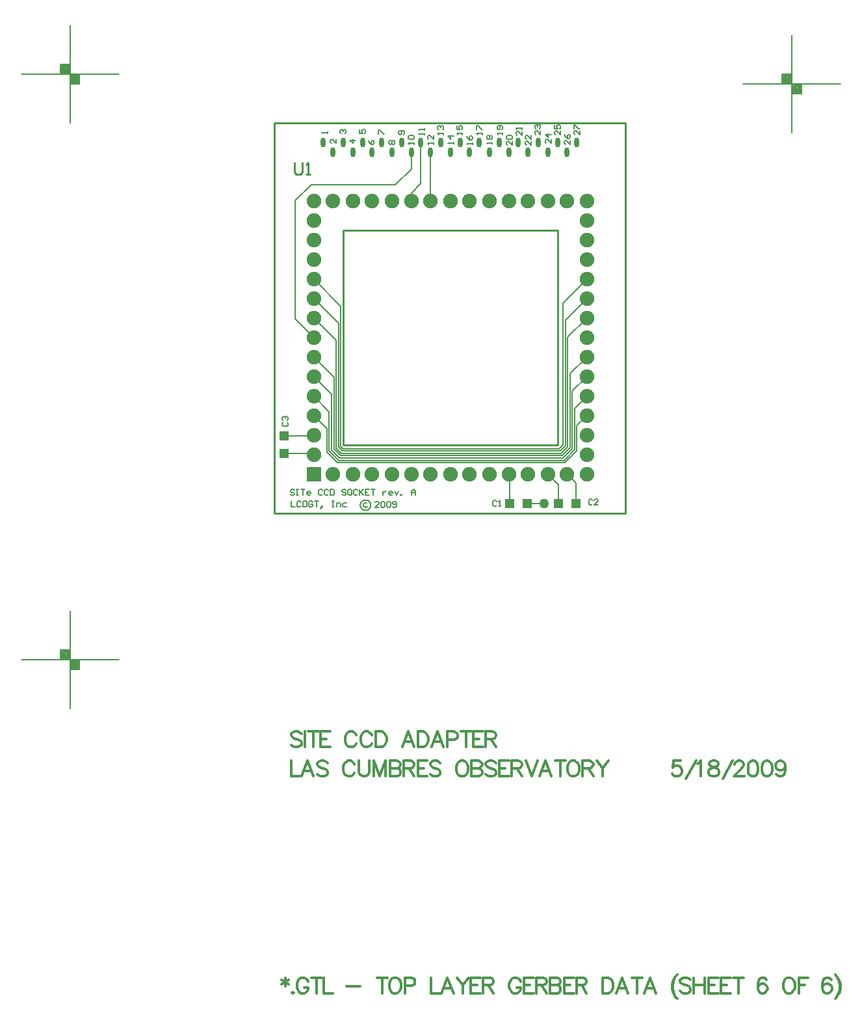
<source format=gtl>
%FSLAX23Y23*%
%MOIN*%
G70*
G01*
G75*
G04 Layer_Physical_Order=1*
G04 Layer_Color=255*
%ADD10C,0.005*%
%ADD11R,0.050X0.050*%
%ADD12R,0.050X0.050*%
%ADD13C,0.006*%
%ADD14C,0.010*%
%ADD15C,0.012*%
%ADD16C,0.008*%
%ADD17C,0.012*%
%ADD18C,0.012*%
%ADD19R,0.075X0.075*%
%ADD20C,0.075*%
%ADD21O,0.024X0.050*%
%ADD22C,0.050*%
D10*
X13724Y11714D02*
X13722Y11723D01*
X13717Y11731D01*
X13709Y11737D01*
X13700Y11740D01*
X13690Y11739D01*
X13681Y11735D01*
X13675Y11727D01*
X13671Y11718D01*
Y11709D01*
X13675Y11700D01*
X13681Y11692D01*
X13690Y11688D01*
X13700Y11687D01*
X13709Y11690D01*
X13717Y11696D01*
X13722Y11704D01*
X13724Y11714D01*
X13704Y11724D02*
X13694Y11725D01*
X13686Y11718D01*
X13687Y11708D01*
X13695Y11702D01*
X13705Y11704D01*
X14371Y11732D02*
X14366Y11737D01*
X14356D01*
X14351Y11732D01*
Y11712D01*
X14356Y11708D01*
X14366D01*
X14371Y11712D01*
X14381Y11708D02*
X14391D01*
X14386D01*
Y11737D01*
X14381Y11732D01*
X14795Y13632D02*
Y13613D01*
X14776Y13632D01*
X14771D01*
X14766Y13627D01*
Y13617D01*
X14771Y13613D01*
X14766Y13642D02*
Y13662D01*
X14771D01*
X14791Y13642D01*
X14795D01*
X13275Y12137D02*
X13270Y12132D01*
Y12122D01*
X13275Y12118D01*
X13295D01*
X13300Y12122D01*
Y12132D01*
X13295Y12137D01*
X13275Y12147D02*
X13270Y12152D01*
Y12162D01*
X13275Y12167D01*
X13280D01*
X13285Y12162D01*
Y12157D01*
Y12162D01*
X13290Y12167D01*
X13295D01*
X13300Y12162D01*
Y12152D01*
X13295Y12147D01*
X14861Y11739D02*
X14856Y11744D01*
X14846D01*
X14842Y11739D01*
Y11719D01*
X14846Y11715D01*
X14856D01*
X14861Y11719D01*
X14891Y11715D02*
X14871D01*
X14891Y11734D01*
Y11739D01*
X14886Y11744D01*
X14876D01*
X14871Y11739D01*
X13502Y13618D02*
Y13627D01*
Y13622D01*
X13472D01*
X13477Y13618D01*
X13547Y13587D02*
Y13568D01*
X13527Y13587D01*
X13522D01*
X13517Y13582D01*
Y13572D01*
X13522Y13568D01*
X13572Y13618D02*
X13567Y13622D01*
Y13632D01*
X13572Y13637D01*
X13577D01*
X13582Y13632D01*
Y13627D01*
Y13632D01*
X13587Y13637D01*
X13592D01*
X13597Y13632D01*
Y13622D01*
X13592Y13618D01*
X13646Y13583D02*
X13617D01*
X13632Y13568D01*
Y13588D01*
X13667Y13637D02*
Y13618D01*
X13682D01*
X13677Y13627D01*
Y13632D01*
X13682Y13637D01*
X13692D01*
X13696Y13632D01*
Y13622D01*
X13692Y13618D01*
X13712Y13582D02*
X13717Y13572D01*
X13727Y13562D01*
X13737D01*
X13741Y13567D01*
Y13577D01*
X13737Y13582D01*
X13732D01*
X13727Y13577D01*
Y13562D01*
X13764Y13616D02*
Y13636D01*
X13769D01*
X13789Y13616D01*
X13793D01*
X13822Y13562D02*
X13817Y13567D01*
Y13577D01*
X13822Y13582D01*
X13827D01*
X13832Y13577D01*
X13837Y13582D01*
X13842D01*
X13847Y13577D01*
Y13567D01*
X13842Y13562D01*
X13837D01*
X13832Y13567D01*
X13827Y13562D01*
X13822D01*
X13832Y13567D02*
Y13577D01*
X13892Y13613D02*
X13896Y13617D01*
Y13627D01*
X13892Y13632D01*
X13872D01*
X13867Y13627D01*
Y13617D01*
X13872Y13613D01*
X13877D01*
X13882Y13617D01*
Y13632D01*
X13946Y13562D02*
Y13572D01*
Y13567D01*
X13917D01*
X13922Y13562D01*
Y13587D02*
X13917Y13592D01*
Y13602D01*
X13922Y13607D01*
X13942D01*
X13946Y13602D01*
Y13592D01*
X13942Y13587D01*
X13922D01*
X13998Y13611D02*
Y13620D01*
Y13615D01*
X13968D01*
X13973Y13611D01*
X13998Y13635D02*
Y13645D01*
Y13640D01*
X13968D01*
X13973Y13635D01*
X14045Y13562D02*
Y13572D01*
Y13567D01*
X14016D01*
X14021Y13562D01*
X14045Y13607D02*
Y13587D01*
X14026Y13607D01*
X14021D01*
X14016Y13602D01*
Y13592D01*
X14021Y13587D01*
X14097Y13613D02*
Y13622D01*
Y13617D01*
X14067D01*
X14072Y13613D01*
Y13637D02*
X14067Y13642D01*
Y13652D01*
X14072Y13657D01*
X14077D01*
X14082Y13652D01*
Y13647D01*
Y13652D01*
X14087Y13657D01*
X14092D01*
X14097Y13652D01*
Y13642D01*
X14092Y13637D01*
X14148Y13566D02*
Y13575D01*
Y13570D01*
X14118D01*
X14123Y13566D01*
X14148Y13605D02*
X14118D01*
X14133Y13590D01*
Y13610D01*
X14194Y13613D02*
Y13623D01*
Y13618D01*
X14165D01*
X14170Y13613D01*
X14165Y13658D02*
Y13638D01*
X14180D01*
X14175Y13648D01*
Y13653D01*
X14180Y13658D01*
X14190D01*
X14194Y13653D01*
Y13643D01*
X14190Y13638D01*
X14245Y13561D02*
Y13571D01*
Y13566D01*
X14216D01*
X14221Y13561D01*
X14216Y13606D02*
X14221Y13596D01*
X14231Y13586D01*
X14241D01*
X14245Y13591D01*
Y13601D01*
X14241Y13606D01*
X14236D01*
X14231Y13601D01*
Y13586D01*
X14297Y13613D02*
Y13622D01*
Y13617D01*
X14267D01*
X14272Y13613D01*
X14267Y13637D02*
Y13657D01*
X14272D01*
X14292Y13637D01*
X14297D01*
X14347Y13564D02*
Y13573D01*
Y13568D01*
X14318D01*
X14323Y13564D01*
Y13588D02*
X14318Y13593D01*
Y13603D01*
X14323Y13608D01*
X14328D01*
X14333Y13603D01*
X14338Y13608D01*
X14343D01*
X14347Y13603D01*
Y13593D01*
X14343Y13588D01*
X14338D01*
X14333Y13593D01*
X14328Y13588D01*
X14323D01*
X14333Y13593D02*
Y13603D01*
X14401Y13613D02*
Y13622D01*
Y13617D01*
X14372D01*
X14377Y13613D01*
X14397Y13637D02*
X14401Y13642D01*
Y13652D01*
X14397Y13657D01*
X14377D01*
X14372Y13652D01*
Y13642D01*
X14377Y13637D01*
X14382D01*
X14387Y13642D01*
Y13657D01*
X14450Y13578D02*
Y13559D01*
X14430Y13578D01*
X14425D01*
X14420Y13573D01*
Y13563D01*
X14425Y13559D01*
Y13588D02*
X14420Y13593D01*
Y13603D01*
X14425Y13608D01*
X14445D01*
X14450Y13603D01*
Y13593D01*
X14445Y13588D01*
X14425D01*
X14498Y13629D02*
Y13609D01*
X14478Y13629D01*
X14473D01*
X14468Y13624D01*
Y13614D01*
X14473Y13609D01*
X14498Y13639D02*
Y13649D01*
Y13644D01*
X14468D01*
X14473Y13639D01*
X14547Y13579D02*
Y13559D01*
X14527Y13579D01*
X14522D01*
X14517Y13574D01*
Y13564D01*
X14522Y13559D01*
X14547Y13609D02*
Y13589D01*
X14527Y13609D01*
X14522D01*
X14517Y13604D01*
Y13594D01*
X14522Y13589D01*
X14594Y13632D02*
Y13613D01*
X14575Y13632D01*
X14570D01*
X14565Y13627D01*
Y13617D01*
X14570Y13613D01*
Y13642D02*
X14565Y13647D01*
Y13657D01*
X14570Y13662D01*
X14575D01*
X14580Y13657D01*
Y13652D01*
Y13657D01*
X14585Y13662D01*
X14590D01*
X14594Y13657D01*
Y13647D01*
X14590Y13642D01*
X14648Y13587D02*
Y13568D01*
X14628Y13587D01*
X14623D01*
X14618Y13582D01*
Y13572D01*
X14623Y13568D01*
X14648Y13612D02*
X14618D01*
X14633Y13597D01*
Y13617D01*
X14696Y13631D02*
Y13611D01*
X14677Y13631D01*
X14672D01*
X14667Y13626D01*
Y13616D01*
X14672Y13611D01*
X14667Y13661D02*
Y13641D01*
X14682D01*
X14677Y13651D01*
Y13656D01*
X14682Y13661D01*
X14692D01*
X14696Y13656D01*
Y13646D01*
X14692Y13641D01*
X14747Y13582D02*
Y13562D01*
X14727Y13582D01*
X14722D01*
X14717Y13577D01*
Y13567D01*
X14722Y13562D01*
X14717Y13612D02*
X14722Y13602D01*
X14732Y13592D01*
X14742D01*
X14747Y13597D01*
Y13607D01*
X14742Y13612D01*
X14737D01*
X14732Y13607D01*
Y13592D01*
X13766Y11703D02*
X13747D01*
X13766Y11722D01*
Y11727D01*
X13761Y11732D01*
X13751D01*
X13747Y11727D01*
X13776D02*
X13781Y11732D01*
X13791D01*
X13796Y11727D01*
Y11707D01*
X13791Y11703D01*
X13781D01*
X13776Y11707D01*
Y11727D01*
X13806D02*
X13811Y11732D01*
X13821D01*
X13826Y11727D01*
Y11707D01*
X13821Y11703D01*
X13811D01*
X13806Y11707D01*
Y11727D01*
X13836Y11707D02*
X13841Y11703D01*
X13851D01*
X13856Y11707D01*
Y11727D01*
X13851Y11732D01*
X13841D01*
X13836Y11727D01*
Y11722D01*
X13841Y11717D01*
X13856D01*
X13316Y11734D02*
Y11705D01*
X13335D01*
X13365Y11729D02*
X13360Y11734D01*
X13350D01*
X13345Y11729D01*
Y11709D01*
X13350Y11705D01*
X13360D01*
X13365Y11709D01*
X13390Y11734D02*
X13380D01*
X13375Y11729D01*
Y11709D01*
X13380Y11705D01*
X13390D01*
X13395Y11709D01*
Y11729D01*
X13390Y11734D01*
X13425Y11729D02*
X13420Y11734D01*
X13410D01*
X13405Y11729D01*
Y11709D01*
X13410Y11705D01*
X13420D01*
X13425Y11709D01*
Y11719D01*
X13415D01*
X13435Y11734D02*
X13455D01*
X13445D01*
Y11705D01*
X13470Y11700D02*
X13475Y11705D01*
Y11709D01*
X13470D01*
Y11705D01*
X13475D01*
X13470Y11700D01*
X13465Y11695D01*
X13525Y11734D02*
X13535D01*
X13530D01*
Y11705D01*
X13525D01*
X13535D01*
X13550D02*
Y11724D01*
X13565D01*
X13570Y11719D01*
Y11705D01*
X13600Y11724D02*
X13585D01*
X13580Y11719D01*
Y11709D01*
X13585Y11705D01*
X13600D01*
X13332Y11790D02*
X13327Y11795D01*
X13317D01*
X13312Y11790D01*
Y11785D01*
X13317Y11780D01*
X13327D01*
X13332Y11775D01*
Y11770D01*
X13327Y11766D01*
X13317D01*
X13312Y11770D01*
X13342Y11795D02*
X13352D01*
X13347D01*
Y11766D01*
X13342D01*
X13352D01*
X13367Y11795D02*
X13387D01*
X13377D01*
Y11766D01*
X13412D02*
X13402D01*
X13397Y11770D01*
Y11780D01*
X13402Y11785D01*
X13412D01*
X13417Y11780D01*
Y11775D01*
X13397D01*
X13477Y11790D02*
X13472Y11795D01*
X13462D01*
X13457Y11790D01*
Y11770D01*
X13462Y11766D01*
X13472D01*
X13477Y11770D01*
X13507Y11790D02*
X13502Y11795D01*
X13492D01*
X13487Y11790D01*
Y11770D01*
X13492Y11766D01*
X13502D01*
X13507Y11770D01*
X13517Y11795D02*
Y11766D01*
X13532D01*
X13537Y11770D01*
Y11790D01*
X13532Y11795D01*
X13517D01*
X13597Y11790D02*
X13592Y11795D01*
X13582D01*
X13577Y11790D01*
Y11785D01*
X13582Y11780D01*
X13592D01*
X13597Y11775D01*
Y11770D01*
X13592Y11766D01*
X13582D01*
X13577Y11770D01*
X13622Y11795D02*
X13612D01*
X13607Y11790D01*
Y11770D01*
X13612Y11766D01*
X13622D01*
X13627Y11770D01*
Y11790D01*
X13622Y11795D01*
X13657Y11790D02*
X13652Y11795D01*
X13642D01*
X13637Y11790D01*
Y11770D01*
X13642Y11766D01*
X13652D01*
X13657Y11770D01*
X13667Y11795D02*
Y11766D01*
Y11775D01*
X13687Y11795D01*
X13672Y11780D01*
X13687Y11766D01*
X13717Y11795D02*
X13697D01*
Y11766D01*
X13717D01*
X13697Y11780D02*
X13707D01*
X13727Y11795D02*
X13747D01*
X13737D01*
Y11766D01*
X13787Y11785D02*
Y11766D01*
Y11775D01*
X13792Y11780D01*
X13797Y11785D01*
X13802D01*
X13832Y11766D02*
X13822D01*
X13817Y11770D01*
Y11780D01*
X13822Y11785D01*
X13832D01*
X13837Y11780D01*
Y11775D01*
X13817D01*
X13847Y11785D02*
X13857Y11766D01*
X13867Y11785D01*
X13877Y11766D02*
Y11770D01*
X13882D01*
Y11766D01*
X13877D01*
X13932D02*
Y11785D01*
X13942Y11795D01*
X13952Y11785D01*
Y11766D01*
Y11780D01*
X13932D01*
D11*
X14526Y11722D02*
D03*
X14436D02*
D03*
X14776D02*
D03*
X14686D02*
D03*
D12*
X13281Y12068D02*
D03*
Y11977D02*
D03*
D13*
X13432Y12538D02*
Y12573D01*
Y12172D02*
X13499Y12105D01*
Y11985D02*
Y12105D01*
Y11985D02*
X13552Y11932D01*
X14781Y12123D02*
X14832Y12172D01*
X14721Y11932D02*
X14781Y11992D01*
X13552Y11932D02*
X14721D01*
X14781Y11992D02*
Y12123D01*
X13281Y12068D02*
X13427D01*
X13432Y12073D01*
X13281Y11977D02*
X13427D01*
X13432Y11972D01*
Y12472D02*
X13535Y12369D01*
Y12001D02*
Y12369D01*
Y12001D02*
X13568Y11967D01*
X14706D01*
X14745Y12007D01*
Y12387D01*
X14832Y12472D01*
X13432Y12373D02*
X13523Y12281D01*
Y11996D02*
Y12281D01*
Y11996D02*
X13563Y11955D01*
X14711D01*
X14757Y12002D01*
Y12299D01*
X14832Y12373D01*
X13432Y12273D02*
X13511Y12193D01*
Y11991D02*
Y12193D01*
Y11991D02*
X13559Y11943D01*
X14716D01*
X14769Y11997D01*
Y12210D01*
X14832Y12273D01*
X13432Y12873D02*
X13571Y12733D01*
Y12016D02*
Y12733D01*
Y12016D02*
X13583Y12003D01*
X14691D01*
X14710Y12021D01*
Y12750D01*
X14832Y12873D01*
X13432Y12773D02*
X13559Y12645D01*
Y12011D02*
Y12645D01*
Y12011D02*
X13578Y11991D01*
X14696D01*
X14722Y12017D01*
Y12663D01*
X14832Y12773D01*
X13432Y12672D02*
X13547Y12557D01*
Y12006D02*
Y12557D01*
Y12006D02*
X13573Y11979D01*
X14701D01*
X14733Y12012D01*
Y12575D01*
X14832Y12672D01*
X13932Y13273D02*
Y13312D01*
X13981Y13363D01*
Y13573D01*
X13337Y12667D02*
X13432Y12573D01*
X13337Y12667D02*
Y13274D01*
X13420Y13356D01*
X13851D01*
X13932Y13436D01*
Y13523D01*
X14031Y13273D02*
Y13523D01*
X14436Y11722D02*
Y11868D01*
X14432Y11873D02*
X14436Y11868D01*
X14526Y11722D02*
X14613D01*
X13627Y11868D02*
X13632Y11873D01*
X14632D02*
X14686Y11818D01*
Y11722D02*
Y11818D01*
X14731Y11873D02*
X14776Y11828D01*
Y11722D02*
Y11828D01*
D14*
X13334Y13470D02*
Y13420D01*
X13344Y13410D01*
X13364D01*
X13374Y13420D01*
Y13470D01*
X13394Y13410D02*
X13414D01*
X13404D01*
Y13470D01*
X13394Y13460D01*
X13231Y11672D02*
X14832D01*
X15031D01*
Y13672D01*
X13231D02*
X15031D01*
X13231Y11672D02*
Y13672D01*
X13582Y12023D02*
X14682D01*
Y13123D01*
X13582D02*
X14682D01*
X13582Y12023D02*
Y13123D01*
D15*
X13285Y9292D02*
Y9247D01*
X13266Y9281D02*
X13304Y9258D01*
Y9281D02*
X13266Y9258D01*
X13324Y9220D02*
X13320Y9216D01*
X13324Y9212D01*
X13328Y9216D01*
X13324Y9220D01*
X13402Y9273D02*
X13398Y9281D01*
X13391Y9289D01*
X13383Y9292D01*
X13368D01*
X13360Y9289D01*
X13353Y9281D01*
X13349Y9273D01*
X13345Y9262D01*
Y9243D01*
X13349Y9232D01*
X13353Y9224D01*
X13360Y9216D01*
X13368Y9212D01*
X13383D01*
X13391Y9216D01*
X13398Y9224D01*
X13402Y9232D01*
Y9243D01*
X13383D02*
X13402D01*
X13447Y9292D02*
Y9212D01*
X13421Y9292D02*
X13474D01*
X13483D02*
Y9212D01*
X13529D01*
X13601Y9247D02*
X13669D01*
X13782Y9292D02*
Y9212D01*
X13756Y9292D02*
X13809D01*
X13841D02*
X13834Y9289D01*
X13826Y9281D01*
X13822Y9273D01*
X13819Y9262D01*
Y9243D01*
X13822Y9232D01*
X13826Y9224D01*
X13834Y9216D01*
X13841Y9212D01*
X13857D01*
X13864Y9216D01*
X13872Y9224D01*
X13876Y9232D01*
X13879Y9243D01*
Y9262D01*
X13876Y9273D01*
X13872Y9281D01*
X13864Y9289D01*
X13857Y9292D01*
X13841D01*
X13898Y9251D02*
X13932D01*
X13944Y9254D01*
X13948Y9258D01*
X13951Y9266D01*
Y9277D01*
X13948Y9285D01*
X13944Y9289D01*
X13932Y9292D01*
X13898D01*
Y9212D01*
X14032Y9292D02*
Y9212D01*
X14078D01*
X14148D02*
X14117Y9292D01*
X14087Y9212D01*
X14098Y9239D02*
X14136D01*
X14166Y9292D02*
X14197Y9254D01*
Y9212D01*
X14227Y9292D02*
X14197Y9254D01*
X14287Y9292D02*
X14237D01*
Y9212D01*
X14287D01*
X14237Y9254D02*
X14268D01*
X14300Y9292D02*
Y9212D01*
Y9292D02*
X14335D01*
X14346Y9289D01*
X14350Y9285D01*
X14354Y9277D01*
Y9270D01*
X14350Y9262D01*
X14346Y9258D01*
X14335Y9254D01*
X14300D01*
X14327D02*
X14354Y9212D01*
X14492Y9273D02*
X14488Y9281D01*
X14480Y9289D01*
X14472Y9292D01*
X14457D01*
X14450Y9289D01*
X14442Y9281D01*
X14438Y9273D01*
X14434Y9262D01*
Y9243D01*
X14438Y9232D01*
X14442Y9224D01*
X14450Y9216D01*
X14457Y9212D01*
X14472D01*
X14480Y9216D01*
X14488Y9224D01*
X14492Y9232D01*
Y9243D01*
X14472D02*
X14492D01*
X14559Y9292D02*
X14510D01*
Y9212D01*
X14559D01*
X14510Y9254D02*
X14540D01*
X14573Y9292D02*
Y9212D01*
Y9292D02*
X14607D01*
X14618Y9289D01*
X14622Y9285D01*
X14626Y9277D01*
Y9270D01*
X14622Y9262D01*
X14618Y9258D01*
X14607Y9254D01*
X14573D01*
X14599D02*
X14626Y9212D01*
X14644Y9292D02*
Y9212D01*
Y9292D02*
X14678D01*
X14690Y9289D01*
X14693Y9285D01*
X14697Y9277D01*
Y9270D01*
X14693Y9262D01*
X14690Y9258D01*
X14678Y9254D01*
X14644D02*
X14678D01*
X14690Y9251D01*
X14693Y9247D01*
X14697Y9239D01*
Y9228D01*
X14693Y9220D01*
X14690Y9216D01*
X14678Y9212D01*
X14644D01*
X14765Y9292D02*
X14715D01*
Y9212D01*
X14765D01*
X14715Y9254D02*
X14746D01*
X14778Y9292D02*
Y9212D01*
Y9292D02*
X14812D01*
X14824Y9289D01*
X14827Y9285D01*
X14831Y9277D01*
Y9270D01*
X14827Y9262D01*
X14824Y9258D01*
X14812Y9254D01*
X14778D01*
X14805D02*
X14831Y9212D01*
X14912Y9292D02*
Y9212D01*
Y9292D02*
X14939D01*
X14950Y9289D01*
X14958Y9281D01*
X14962Y9273D01*
X14965Y9262D01*
Y9243D01*
X14962Y9232D01*
X14958Y9224D01*
X14950Y9216D01*
X14939Y9212D01*
X14912D01*
X15044D02*
X15014Y9292D01*
X14983Y9212D01*
X14995Y9239D02*
X15033D01*
X15089Y9292D02*
Y9212D01*
X15063Y9292D02*
X15116D01*
X15187Y9212D02*
X15156Y9292D01*
X15126Y9212D01*
X15137Y9239D02*
X15175D01*
X15295Y9308D02*
X15287Y9300D01*
X15280Y9289D01*
X15272Y9273D01*
X15268Y9254D01*
Y9239D01*
X15272Y9220D01*
X15280Y9205D01*
X15287Y9193D01*
X15295Y9186D01*
X15287Y9300D02*
X15280Y9285D01*
X15276Y9273D01*
X15272Y9254D01*
Y9239D01*
X15276Y9220D01*
X15280Y9209D01*
X15287Y9193D01*
X15363Y9281D02*
X15356Y9289D01*
X15344Y9292D01*
X15329D01*
X15318Y9289D01*
X15310Y9281D01*
Y9273D01*
X15314Y9266D01*
X15318Y9262D01*
X15325Y9258D01*
X15348Y9251D01*
X15356Y9247D01*
X15360Y9243D01*
X15363Y9235D01*
Y9224D01*
X15356Y9216D01*
X15344Y9212D01*
X15329D01*
X15318Y9216D01*
X15310Y9224D01*
X15381Y9292D02*
Y9212D01*
X15435Y9292D02*
Y9212D01*
X15381Y9254D02*
X15435D01*
X15506Y9292D02*
X15457D01*
Y9212D01*
X15506D01*
X15457Y9254D02*
X15487D01*
X15569Y9292D02*
X15519D01*
Y9212D01*
X15569D01*
X15519Y9254D02*
X15550D01*
X15609Y9292D02*
Y9212D01*
X15582Y9292D02*
X15636D01*
X15754Y9281D02*
X15750Y9289D01*
X15738Y9292D01*
X15731D01*
X15719Y9289D01*
X15712Y9277D01*
X15708Y9258D01*
Y9239D01*
X15712Y9224D01*
X15719Y9216D01*
X15731Y9212D01*
X15735D01*
X15746Y9216D01*
X15754Y9224D01*
X15758Y9235D01*
Y9239D01*
X15754Y9251D01*
X15746Y9258D01*
X15735Y9262D01*
X15731D01*
X15719Y9258D01*
X15712Y9251D01*
X15708Y9239D01*
X15861Y9292D02*
X15853Y9289D01*
X15846Y9281D01*
X15842Y9273D01*
X15838Y9262D01*
Y9243D01*
X15842Y9232D01*
X15846Y9224D01*
X15853Y9216D01*
X15861Y9212D01*
X15876D01*
X15884Y9216D01*
X15891Y9224D01*
X15895Y9232D01*
X15899Y9243D01*
Y9262D01*
X15895Y9273D01*
X15891Y9281D01*
X15884Y9289D01*
X15876Y9292D01*
X15861D01*
X15918D02*
Y9212D01*
Y9292D02*
X15967D01*
X15918Y9254D02*
X15948D01*
X16085Y9281D02*
X16081Y9289D01*
X16069Y9292D01*
X16062D01*
X16050Y9289D01*
X16043Y9277D01*
X16039Y9258D01*
Y9239D01*
X16043Y9224D01*
X16050Y9216D01*
X16062Y9212D01*
X16066D01*
X16077Y9216D01*
X16085Y9224D01*
X16089Y9235D01*
Y9239D01*
X16085Y9251D01*
X16077Y9258D01*
X16066Y9262D01*
X16062D01*
X16050Y9258D01*
X16043Y9251D01*
X16039Y9239D01*
X16106Y9308D02*
X16114Y9300D01*
X16121Y9289D01*
X16129Y9273D01*
X16133Y9254D01*
Y9239D01*
X16129Y9220D01*
X16121Y9205D01*
X16114Y9193D01*
X16106Y9186D01*
X16114Y9300D02*
X16121Y9285D01*
X16125Y9273D01*
X16129Y9254D01*
Y9239D01*
X16125Y9220D01*
X16121Y9209D01*
X16114Y9193D01*
D16*
X15901Y13847D02*
X15911D01*
Y13842D02*
Y13852D01*
X15901D02*
X15911D01*
X15901Y13842D02*
Y13852D01*
Y13842D02*
X15911D01*
X15917D02*
Y13858D01*
X15896D02*
X15917D01*
X15896Y13837D02*
Y13858D01*
Y13837D02*
X15917D01*
X15922D02*
Y13863D01*
X15892D02*
X15922D01*
X15892Y13833D02*
Y13863D01*
Y13833D02*
X15922D01*
X15927Y13828D02*
Y13868D01*
X15887D02*
X15927D01*
X15887Y13828D02*
Y13868D01*
Y13828D02*
X15927D01*
X15851Y13898D02*
X15861D01*
Y13892D02*
Y13903D01*
X15851D02*
X15861D01*
X15851Y13892D02*
Y13903D01*
Y13892D02*
X15861D01*
X15866D02*
Y13908D01*
X15847D02*
X15866D01*
X15847Y13887D02*
Y13908D01*
Y13887D02*
X15866D01*
X15872D02*
Y13913D01*
X15842D02*
X15872D01*
X15842Y13882D02*
Y13913D01*
Y13882D02*
X15872D01*
X15877Y13877D02*
Y13917D01*
X15837D02*
X15877D01*
X15837Y13877D02*
Y13917D01*
Y13877D02*
X15877D01*
X15832Y13922D02*
X15882D01*
X15832Y13873D02*
Y13922D01*
X15882Y13823D02*
X15932D01*
Y13873D01*
X15882Y13623D02*
Y14123D01*
X15632Y13873D02*
X16132D01*
X12201Y10898D02*
X12212D01*
Y10892D02*
Y10903D01*
X12201D02*
X12212D01*
X12201Y10892D02*
Y10903D01*
Y10892D02*
X12212D01*
X12217D02*
Y10908D01*
X12196D02*
X12217D01*
X12196Y10887D02*
Y10908D01*
Y10887D02*
X12217D01*
X12222D02*
Y10913D01*
X12191D02*
X12222D01*
X12191Y10882D02*
Y10913D01*
Y10882D02*
X12222D01*
X12226Y10877D02*
Y10917D01*
X12186D02*
X12226D01*
X12186Y10877D02*
Y10917D01*
Y10877D02*
X12226D01*
X12151Y10948D02*
X12161D01*
Y10943D02*
Y10953D01*
X12151D02*
X12161D01*
X12151Y10943D02*
Y10953D01*
Y10943D02*
X12161D01*
X12167D02*
Y10958D01*
X12146D02*
X12167D01*
X12146Y10938D02*
Y10958D01*
Y10938D02*
X12167D01*
X12172D02*
Y10962D01*
X12142D02*
X12172D01*
X12142Y10932D02*
Y10962D01*
Y10932D02*
X12172D01*
X12177Y10927D02*
Y10967D01*
X12137D02*
X12177D01*
X12137Y10927D02*
Y10967D01*
Y10927D02*
X12177D01*
X12132Y10972D02*
X12182D01*
X12132Y10922D02*
Y10972D01*
X12182Y10873D02*
X12231D01*
Y10922D01*
X12182Y10672D02*
Y11172D01*
X11932Y10922D02*
X12432D01*
X12201Y13898D02*
X12212D01*
Y13892D02*
Y13903D01*
X12201D02*
X12212D01*
X12201Y13892D02*
Y13903D01*
Y13892D02*
X12212D01*
X12217D02*
Y13908D01*
X12196D02*
X12217D01*
X12196Y13887D02*
Y13908D01*
Y13887D02*
X12217D01*
X12222D02*
Y13913D01*
X12191D02*
X12222D01*
X12191Y13882D02*
Y13913D01*
Y13882D02*
X12222D01*
X12226Y13877D02*
Y13917D01*
X12186D02*
X12226D01*
X12186Y13877D02*
Y13917D01*
Y13877D02*
X12226D01*
X12151Y13948D02*
X12161D01*
Y13943D02*
Y13953D01*
X12151D02*
X12161D01*
X12151Y13943D02*
Y13953D01*
Y13943D02*
X12161D01*
X12167D02*
Y13958D01*
X12146D02*
X12167D01*
X12146Y13938D02*
Y13958D01*
Y13938D02*
X12167D01*
X12172D02*
Y13962D01*
X12142D02*
X12172D01*
X12142Y13932D02*
Y13962D01*
Y13932D02*
X12172D01*
X12177Y13927D02*
Y13967D01*
X12137D02*
X12177D01*
X12137Y13927D02*
Y13967D01*
Y13927D02*
X12177D01*
X12132Y13972D02*
X12182D01*
X12132Y13922D02*
Y13972D01*
X12182Y13873D02*
X12231D01*
Y13922D01*
X12182Y13672D02*
Y14172D01*
X11932Y13922D02*
X12432D01*
D17*
X13316Y10404D02*
Y10324D01*
X13361D01*
X13431D02*
X13400Y10404D01*
X13370Y10324D01*
X13381Y10351D02*
X13420D01*
X13503Y10393D02*
X13495Y10400D01*
X13484Y10404D01*
X13469D01*
X13457Y10400D01*
X13450Y10393D01*
Y10385D01*
X13453Y10377D01*
X13457Y10374D01*
X13465Y10370D01*
X13488Y10362D01*
X13495Y10358D01*
X13499Y10355D01*
X13503Y10347D01*
Y10335D01*
X13495Y10328D01*
X13484Y10324D01*
X13469D01*
X13457Y10328D01*
X13450Y10335D01*
X13641Y10385D02*
X13637Y10393D01*
X13629Y10400D01*
X13622Y10404D01*
X13607D01*
X13599Y10400D01*
X13591Y10393D01*
X13587Y10385D01*
X13584Y10374D01*
Y10355D01*
X13587Y10343D01*
X13591Y10335D01*
X13599Y10328D01*
X13607Y10324D01*
X13622D01*
X13629Y10328D01*
X13637Y10335D01*
X13641Y10343D01*
X13663Y10404D02*
Y10347D01*
X13667Y10335D01*
X13675Y10328D01*
X13686Y10324D01*
X13694D01*
X13705Y10328D01*
X13713Y10335D01*
X13717Y10347D01*
Y10404D01*
X13739D02*
Y10324D01*
Y10404D02*
X13769Y10324D01*
X13800Y10404D02*
X13769Y10324D01*
X13800Y10404D02*
Y10324D01*
X13822Y10404D02*
Y10324D01*
Y10404D02*
X13857D01*
X13868Y10400D01*
X13872Y10396D01*
X13876Y10389D01*
Y10381D01*
X13872Y10374D01*
X13868Y10370D01*
X13857Y10366D01*
X13822D02*
X13857D01*
X13868Y10362D01*
X13872Y10358D01*
X13876Y10351D01*
Y10339D01*
X13872Y10332D01*
X13868Y10328D01*
X13857Y10324D01*
X13822D01*
X13894Y10404D02*
Y10324D01*
Y10404D02*
X13928D01*
X13939Y10400D01*
X13943Y10396D01*
X13947Y10389D01*
Y10381D01*
X13943Y10374D01*
X13939Y10370D01*
X13928Y10366D01*
X13894D01*
X13920D02*
X13947Y10324D01*
X14014Y10404D02*
X13965D01*
Y10324D01*
X14014D01*
X13965Y10366D02*
X13995D01*
X14081Y10393D02*
X14073Y10400D01*
X14062Y10404D01*
X14047D01*
X14035Y10400D01*
X14028Y10393D01*
Y10385D01*
X14032Y10377D01*
X14035Y10374D01*
X14043Y10370D01*
X14066Y10362D01*
X14073Y10358D01*
X14077Y10355D01*
X14081Y10347D01*
Y10335D01*
X14073Y10328D01*
X14062Y10324D01*
X14047D01*
X14035Y10328D01*
X14028Y10335D01*
X14185Y10404D02*
X14177Y10400D01*
X14169Y10393D01*
X14166Y10385D01*
X14162Y10374D01*
Y10355D01*
X14166Y10343D01*
X14169Y10335D01*
X14177Y10328D01*
X14185Y10324D01*
X14200D01*
X14208Y10328D01*
X14215Y10335D01*
X14219Y10343D01*
X14223Y10355D01*
Y10374D01*
X14219Y10385D01*
X14215Y10393D01*
X14208Y10400D01*
X14200Y10404D01*
X14185D01*
X14241D02*
Y10324D01*
Y10404D02*
X14276D01*
X14287Y10400D01*
X14291Y10396D01*
X14295Y10389D01*
Y10381D01*
X14291Y10374D01*
X14287Y10370D01*
X14276Y10366D01*
X14241D02*
X14276D01*
X14287Y10362D01*
X14291Y10358D01*
X14295Y10351D01*
Y10339D01*
X14291Y10332D01*
X14287Y10328D01*
X14276Y10324D01*
X14241D01*
X14366Y10393D02*
X14358Y10400D01*
X14347Y10404D01*
X14332D01*
X14320Y10400D01*
X14313Y10393D01*
Y10385D01*
X14316Y10377D01*
X14320Y10374D01*
X14328Y10370D01*
X14351Y10362D01*
X14358Y10358D01*
X14362Y10355D01*
X14366Y10347D01*
Y10335D01*
X14358Y10328D01*
X14347Y10324D01*
X14332D01*
X14320Y10328D01*
X14313Y10335D01*
X14433Y10404D02*
X14384D01*
Y10324D01*
X14433D01*
X14384Y10366D02*
X14414D01*
X14447Y10404D02*
Y10324D01*
Y10404D02*
X14481D01*
X14492Y10400D01*
X14496Y10396D01*
X14500Y10389D01*
Y10381D01*
X14496Y10374D01*
X14492Y10370D01*
X14481Y10366D01*
X14447D01*
X14473D02*
X14500Y10324D01*
X14518Y10404D02*
X14548Y10324D01*
X14579Y10404D02*
X14548Y10324D01*
X14650D02*
X14620Y10404D01*
X14589Y10324D01*
X14601Y10351D02*
X14639D01*
X14695Y10404D02*
Y10324D01*
X14669Y10404D02*
X14722D01*
X14754D02*
X14747Y10400D01*
X14739Y10393D01*
X14735Y10385D01*
X14732Y10374D01*
Y10355D01*
X14735Y10343D01*
X14739Y10335D01*
X14747Y10328D01*
X14754Y10324D01*
X14770D01*
X14777Y10328D01*
X14785Y10335D01*
X14789Y10343D01*
X14793Y10355D01*
Y10374D01*
X14789Y10385D01*
X14785Y10393D01*
X14777Y10400D01*
X14770Y10404D01*
X14754D01*
X14811D02*
Y10324D01*
Y10404D02*
X14845D01*
X14857Y10400D01*
X14861Y10396D01*
X14865Y10389D01*
Y10381D01*
X14861Y10374D01*
X14857Y10370D01*
X14845Y10366D01*
X14811D01*
X14838D02*
X14865Y10324D01*
X14882Y10404D02*
X14913Y10366D01*
Y10324D01*
X14943Y10404D02*
X14913Y10366D01*
X15314Y10404D02*
X15275D01*
X15272Y10370D01*
X15275Y10374D01*
X15287Y10377D01*
X15298D01*
X15310Y10374D01*
X15317Y10366D01*
X15321Y10355D01*
Y10347D01*
X15317Y10335D01*
X15310Y10328D01*
X15298Y10324D01*
X15287D01*
X15275Y10328D01*
X15272Y10332D01*
X15268Y10339D01*
X15339Y10313D02*
X15392Y10404D01*
X15398Y10389D02*
X15405Y10393D01*
X15417Y10404D01*
Y10324D01*
X15475Y10404D02*
X15464Y10400D01*
X15460Y10393D01*
Y10385D01*
X15464Y10377D01*
X15472Y10374D01*
X15487Y10370D01*
X15498Y10366D01*
X15506Y10358D01*
X15510Y10351D01*
Y10339D01*
X15506Y10332D01*
X15502Y10328D01*
X15491Y10324D01*
X15475D01*
X15464Y10328D01*
X15460Y10332D01*
X15456Y10339D01*
Y10351D01*
X15460Y10358D01*
X15468Y10366D01*
X15479Y10370D01*
X15494Y10374D01*
X15502Y10377D01*
X15506Y10385D01*
Y10393D01*
X15502Y10400D01*
X15491Y10404D01*
X15475D01*
X15528Y10313D02*
X15581Y10404D01*
X15590Y10385D02*
Y10389D01*
X15594Y10396D01*
X15598Y10400D01*
X15605Y10404D01*
X15621D01*
X15628Y10400D01*
X15632Y10396D01*
X15636Y10389D01*
Y10381D01*
X15632Y10374D01*
X15624Y10362D01*
X15586Y10324D01*
X15640D01*
X15680Y10404D02*
X15669Y10400D01*
X15661Y10389D01*
X15658Y10370D01*
Y10358D01*
X15661Y10339D01*
X15669Y10328D01*
X15680Y10324D01*
X15688D01*
X15699Y10328D01*
X15707Y10339D01*
X15711Y10358D01*
Y10370D01*
X15707Y10389D01*
X15699Y10400D01*
X15688Y10404D01*
X15680D01*
X15752D02*
X15740Y10400D01*
X15733Y10389D01*
X15729Y10370D01*
Y10358D01*
X15733Y10339D01*
X15740Y10328D01*
X15752Y10324D01*
X15759D01*
X15771Y10328D01*
X15778Y10339D01*
X15782Y10358D01*
Y10370D01*
X15778Y10389D01*
X15771Y10400D01*
X15759Y10404D01*
X15752D01*
X15849Y10377D02*
X15846Y10366D01*
X15838Y10358D01*
X15827Y10355D01*
X15823D01*
X15811Y10358D01*
X15804Y10366D01*
X15800Y10377D01*
Y10381D01*
X15804Y10393D01*
X15811Y10400D01*
X15823Y10404D01*
X15827D01*
X15838Y10400D01*
X15846Y10393D01*
X15849Y10377D01*
Y10358D01*
X15846Y10339D01*
X15838Y10328D01*
X15827Y10324D01*
X15819D01*
X15808Y10328D01*
X15804Y10335D01*
D18*
X13369Y10543D02*
X13361Y10550D01*
X13350Y10554D01*
X13335D01*
X13323Y10550D01*
X13316Y10543D01*
Y10535D01*
X13319Y10527D01*
X13323Y10524D01*
X13331Y10520D01*
X13354Y10512D01*
X13361Y10508D01*
X13365Y10505D01*
X13369Y10497D01*
Y10486D01*
X13361Y10478D01*
X13350Y10474D01*
X13335D01*
X13323Y10478D01*
X13316Y10486D01*
X13387Y10554D02*
Y10474D01*
X13430Y10554D02*
Y10474D01*
X13404Y10554D02*
X13457D01*
X13516D02*
X13466D01*
Y10474D01*
X13516D01*
X13466Y10516D02*
X13497D01*
X13649Y10535D02*
X13645Y10543D01*
X13638Y10550D01*
X13630Y10554D01*
X13615D01*
X13607Y10550D01*
X13600Y10543D01*
X13596Y10535D01*
X13592Y10524D01*
Y10505D01*
X13596Y10493D01*
X13600Y10486D01*
X13607Y10478D01*
X13615Y10474D01*
X13630D01*
X13638Y10478D01*
X13645Y10486D01*
X13649Y10493D01*
X13729Y10535D02*
X13725Y10543D01*
X13717Y10550D01*
X13710Y10554D01*
X13694D01*
X13687Y10550D01*
X13679Y10543D01*
X13675Y10535D01*
X13672Y10524D01*
Y10505D01*
X13675Y10493D01*
X13679Y10486D01*
X13687Y10478D01*
X13694Y10474D01*
X13710D01*
X13717Y10478D01*
X13725Y10486D01*
X13729Y10493D01*
X13751Y10554D02*
Y10474D01*
Y10554D02*
X13778D01*
X13789Y10550D01*
X13797Y10543D01*
X13801Y10535D01*
X13805Y10524D01*
Y10505D01*
X13801Y10493D01*
X13797Y10486D01*
X13789Y10478D01*
X13778Y10474D01*
X13751D01*
X13946D02*
X13916Y10554D01*
X13885Y10474D01*
X13897Y10501D02*
X13935D01*
X13965Y10554D02*
Y10474D01*
Y10554D02*
X13992D01*
X14003Y10550D01*
X14011Y10543D01*
X14014Y10535D01*
X14018Y10524D01*
Y10505D01*
X14014Y10493D01*
X14011Y10486D01*
X14003Y10478D01*
X13992Y10474D01*
X13965D01*
X14097D02*
X14067Y10554D01*
X14036Y10474D01*
X14048Y10501D02*
X14086D01*
X14116Y10512D02*
X14150D01*
X14161Y10516D01*
X14165Y10520D01*
X14169Y10527D01*
Y10539D01*
X14165Y10546D01*
X14161Y10550D01*
X14150Y10554D01*
X14116D01*
Y10474D01*
X14214Y10554D02*
Y10474D01*
X14187Y10554D02*
X14240D01*
X14299D02*
X14250D01*
Y10474D01*
X14299D01*
X14250Y10516D02*
X14280D01*
X14313Y10554D02*
Y10474D01*
Y10554D02*
X14347D01*
X14358Y10550D01*
X14362Y10546D01*
X14366Y10539D01*
Y10531D01*
X14362Y10524D01*
X14358Y10520D01*
X14347Y10516D01*
X14313D01*
X14339D02*
X14366Y10474D01*
D19*
X13432Y11873D02*
D03*
D20*
X13531D02*
D03*
X13632D02*
D03*
X13731D02*
D03*
X13832D02*
D03*
X13932D02*
D03*
X14031D02*
D03*
X14132D02*
D03*
X14231D02*
D03*
X14332D02*
D03*
X14432D02*
D03*
X14531D02*
D03*
X14632D02*
D03*
X14731D02*
D03*
X14832D02*
D03*
Y11972D02*
D03*
Y12073D02*
D03*
Y12172D02*
D03*
Y12273D02*
D03*
Y12373D02*
D03*
Y12472D02*
D03*
Y12573D02*
D03*
Y12672D02*
D03*
Y12773D02*
D03*
Y12873D02*
D03*
Y12972D02*
D03*
Y13073D02*
D03*
Y13172D02*
D03*
Y13273D02*
D03*
X14731D02*
D03*
X14632D02*
D03*
X14531D02*
D03*
X14432D02*
D03*
X14332D02*
D03*
X14231D02*
D03*
X14132D02*
D03*
X14031D02*
D03*
X13932D02*
D03*
X13832D02*
D03*
X13731D02*
D03*
X13632D02*
D03*
X13531D02*
D03*
X13432D02*
D03*
Y13172D02*
D03*
Y13073D02*
D03*
Y12972D02*
D03*
Y12873D02*
D03*
Y12773D02*
D03*
Y12672D02*
D03*
Y12573D02*
D03*
Y12472D02*
D03*
Y12373D02*
D03*
Y12273D02*
D03*
Y12172D02*
D03*
Y12073D02*
D03*
Y11972D02*
D03*
D21*
X14781Y13573D02*
D03*
X13481D02*
D03*
X13531Y13523D02*
D03*
X13582Y13573D02*
D03*
X13632Y13523D02*
D03*
X13682Y13573D02*
D03*
X13731Y13523D02*
D03*
X13781Y13573D02*
D03*
X13832Y13523D02*
D03*
X13882Y13573D02*
D03*
X13932Y13523D02*
D03*
X13981Y13573D02*
D03*
X14031Y13523D02*
D03*
X14082Y13573D02*
D03*
X14132Y13523D02*
D03*
X14182Y13573D02*
D03*
X14231Y13523D02*
D03*
X14281Y13573D02*
D03*
X14332Y13523D02*
D03*
X14382Y13573D02*
D03*
X14432Y13523D02*
D03*
X14481Y13573D02*
D03*
X14531Y13523D02*
D03*
X14582Y13573D02*
D03*
X14632Y13523D02*
D03*
X14682Y13573D02*
D03*
X14731Y13523D02*
D03*
D22*
X14613Y11722D02*
D03*
M02*

</source>
